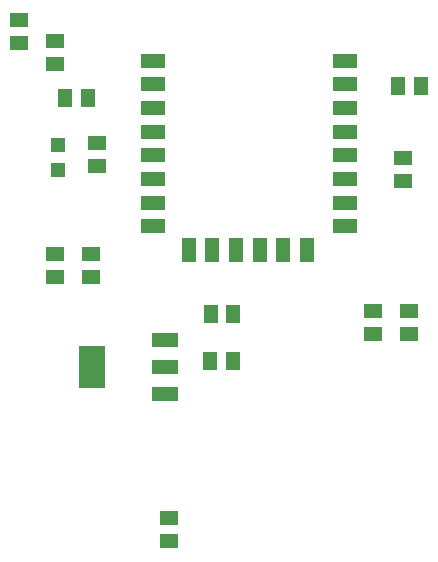
<source format=gbr>
G04 EAGLE Gerber RS-274X export*
G75*
%MOMM*%
%FSLAX34Y34*%
%LPD*%
%INSolderpaste Top*%
%IPPOS*%
%AMOC8*
5,1,8,0,0,1.08239X$1,22.5*%
G01*
%ADD10R,1.500000X1.300000*%
%ADD11R,1.300000X1.500000*%
%ADD12R,2.235000X1.219000*%
%ADD13R,2.200000X3.600000*%
%ADD14R,1.200000X1.200000*%
%ADD15R,2.000000X1.200000*%
%ADD16R,1.200000X2.000000*%


D10*
X25400Y503580D03*
X25400Y522580D03*
D11*
X187520Y273900D03*
X206520Y273900D03*
D10*
X55880Y305460D03*
X55880Y324460D03*
D12*
X148870Y206170D03*
X148870Y229280D03*
X148870Y252390D03*
D13*
X86890Y229280D03*
D14*
X58420Y395900D03*
X58420Y416900D03*
D10*
X152400Y81940D03*
X152400Y100940D03*
X350520Y386740D03*
X350520Y405740D03*
X91440Y399440D03*
X91440Y418440D03*
D11*
X83160Y457200D03*
X64160Y457200D03*
D10*
X55880Y504800D03*
X55880Y485800D03*
D11*
X346100Y467360D03*
X365100Y467360D03*
D15*
X138800Y348400D03*
X138800Y368400D03*
X138800Y388400D03*
X138800Y408400D03*
X138800Y428400D03*
X138800Y448400D03*
X138800Y468400D03*
X138800Y488400D03*
X300800Y348400D03*
X300800Y368400D03*
X300800Y388400D03*
X300800Y408400D03*
X300800Y428400D03*
X300800Y448400D03*
X300800Y468400D03*
X300800Y488400D03*
D16*
X248800Y328400D03*
X168800Y328400D03*
X188800Y328400D03*
X268800Y328400D03*
X208800Y328400D03*
X228800Y328400D03*
D11*
X206180Y234580D03*
X187180Y234580D03*
D10*
X86360Y305460D03*
X86360Y324460D03*
X355600Y276200D03*
X355600Y257200D03*
X325120Y257200D03*
X325120Y276200D03*
M02*

</source>
